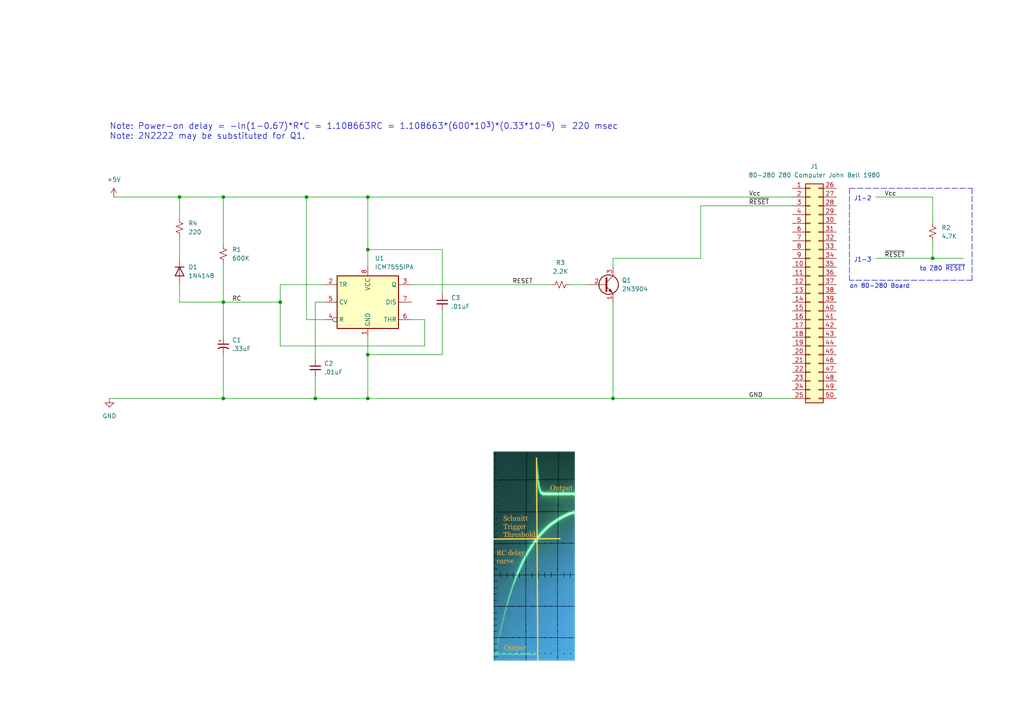
<source format=kicad_sch>
(kicad_sch (version 20211123) (generator eeschema)
  (paper "A4")
  (title_block (title "80-280 Z80 Computer Power-on Reset") (date "2022-08-11") (rev "1.0") (company "Ninbra Enterprises") (comment 1 "Sig Nin, Morgan Hill, CA"))
  (lib_symbols
    (symbol "Connector_Generic:Conn_02x25_Top_Bottom" (pin_names (offset 1.016) hide)
      (property "Reference" "J" (at 1.27 33.02 0))
      (property "Value" "Conn_02x25_Top_Bottom" (at 1.27 -33.02 0))
      (symbol "Conn_02x25_Top_Bottom_1_1"
        (rectangle (start -1.27 -30.353) (end 0 -30.607) (stroke (width 0.1524)))
        (rectangle (start -1.27 -27.813) (end 0 -28.067) (stroke (width 0.1524)))
        (rectangle (start -1.27 -25.273) (end 0 -25.527) (stroke (width 0.1524)))
        (rectangle (start -1.27 -22.733) (end 0 -22.987) (stroke (width 0.1524)))
        (rectangle (start -1.27 -20.193) (end 0 -20.447) (stroke (width 0.1524)))
        (rectangle (start -1.27 -17.653) (end 0 -17.907) (stroke (width 0.1524)))
        (rectangle (start -1.27 -15.113) (end 0 -15.367) (stroke (width 0.1524)))
        (rectangle (start -1.27 -12.573) (end 0 -12.827) (stroke (width 0.1524)))
        (rectangle (start -1.27 -10.033) (end 0 -10.287) (stroke (width 0.1524)))
        (rectangle (start -1.27 -7.493) (end 0 -7.747) (stroke (width 0.1524)))
        (rectangle (start -1.27 -4.953) (end 0 -5.207) (stroke (width 0.1524)))
        (rectangle (start -1.27 -2.413) (end 0 -2.667) (stroke (width 0.1524)))
        (rectangle (start -1.27 0.127) (end 0 -0.127) (stroke (width 0.1524)))
        (rectangle (start -1.27 2.667) (end 0 2.413) (stroke (width 0.1524)))
        (rectangle (start -1.27 5.207) (end 0 4.953) (stroke (width 0.1524)))
        (rectangle (start -1.27 7.747) (end 0 7.493) (stroke (width 0.1524)))
        (rectangle (start -1.27 10.287) (end 0 10.033) (stroke (width 0.1524)))
        (rectangle (start -1.27 12.827) (end 0 12.573) (stroke (width 0.1524)))
        (rectangle (start -1.27 15.367) (end 0 15.113) (stroke (width 0.1524)))
        (rectangle (start -1.27 17.907) (end 0 17.653) (stroke (width 0.1524)))
        (rectangle (start -1.27 20.447) (end 0 20.193) (stroke (width 0.1524)))
        (rectangle (start -1.27 22.987) (end 0 22.733) (stroke (width 0.1524)))
        (rectangle (start -1.27 25.527) (end 0 25.273) (stroke (width 0.1524)))
        (rectangle (start -1.27 28.067) (end 0 27.813) (stroke (width 0.1524)))
        (rectangle (start -1.27 30.607) (end 0 30.353) (stroke (width 0.1524)))
        (rectangle (start -1.27 31.75) (end 3.81 -31.75) (stroke (width 0.254)) (fill (type background)))
        (rectangle (start 3.81 -30.353) (end 2.54 -30.607) (stroke (width 0.1524)))
        (rectangle (start 3.81 -27.813) (end 2.54 -28.067) (stroke (width 0.1524)))
        (rectangle (start 3.81 -25.273) (end 2.54 -25.527) (stroke (width 0.1524)))
        (rectangle (start 3.81 -22.733) (end 2.54 -22.987) (stroke (width 0.1524)))
        (rectangle (start 3.81 -20.193) (end 2.54 -20.447) (stroke (width 0.1524)))
        (rectangle (start 3.81 -17.653) (end 2.54 -17.907) (stroke (width 0.1524)))
        (rectangle (start 3.81 -15.113) (end 2.54 -15.367) (stroke (width 0.1524)))
        (rectangle (start 3.81 -12.573) (end 2.54 -12.827) (stroke (width 0.1524)))
        (rectangle (start 3.81 -10.033) (end 2.54 -10.287) (stroke (width 0.1524)))
        (rectangle (start 3.81 -7.493) (end 2.54 -7.747) (stroke (width 0.1524)))
        (rectangle (start 3.81 -4.953) (end 2.54 -5.207) (stroke (width 0.1524)))
        (rectangle (start 3.81 -2.413) (end 2.54 -2.667) (stroke (width 0.1524)))
        (rectangle (start 3.81 0.127) (end 2.54 -0.127) (stroke (width 0.1524)))
        (rectangle (start 3.81 2.667) (end 2.54 2.413) (stroke (width 0.1524)))
        (rectangle (start 3.81 5.207) (end 2.54 4.953) (stroke (width 0.1524)))
        (rectangle (start 3.81 7.747) (end 2.54 7.493) (stroke (width 0.1524)))
        (rectangle (start 3.81 10.287) (end 2.54 10.033) (stroke (width 0.1524)))
        (rectangle (start 3.81 12.827) (end 2.54 12.573) (stroke (width 0.1524)))
        (rectangle (start 3.81 15.367) (end 2.54 15.113) (stroke (width 0.1524)))
        (rectangle (start 3.81 17.907) (end 2.54 17.653) (stroke (width 0.1524)))
        (rectangle (start 3.81 20.447) (end 2.54 20.193) (stroke (width 0.1524)))
        (rectangle (start 3.81 22.987) (end 2.54 22.733) (stroke (width 0.1524)))
        (rectangle (start 3.81 25.527) (end 2.54 25.273) (stroke (width 0.1524)))
        (rectangle (start 3.81 28.067) (end 2.54 27.813) (stroke (width 0.1524)))
        (rectangle (start 3.81 30.607) (end 2.54 30.353) (stroke (width 0.1524)))
        (pin passive line (at -5.08 30.48 0) (length 3.81) (name "Pin_1") (number "1"))
        (pin passive line (at -5.08 7.62 0) (length 3.81) (name "Pin_10") (number "10"))
        (pin passive line (at -5.08 5.08 0) (length 3.81) (name "Pin_11") (number "11"))
        (pin passive line (at -5.08 2.54 0) (length 3.81) (name "Pin_12") (number "12"))
        (pin passive line (at -5.08 0 0) (length 3.81) (name "Pin_13") (number "13"))
        (pin passive line (at -5.08 -2.54 0) (length 3.81) (name "Pin_14") (number "14"))
        (pin passive line (at -5.08 -5.08 0) (length 3.81) (name "Pin_15") (number "15"))
        (pin passive line (at -5.08 -7.62 0) (length 3.81) (name "Pin_16") (number "16"))
        (pin passive line (at -5.08 -10.16 0) (length 3.81) (name "Pin_17") (number "17"))
        (pin passive line (at -5.08 -12.7 0) (length 3.81) (name "Pin_18") (number "18"))
        (pin passive line (at -5.08 -15.24 0) (length 3.81) (name "Pin_19") (number "19"))
        (pin passive line (at -5.08 27.94 0) (length 3.81) (name "Pin_2") (number "2"))
        (pin passive line (at -5.08 -17.78 0) (length 3.81) (name "Pin_20") (number "20"))
        (pin passive line (at -5.08 -20.32 0) (length 3.81) (name "Pin_21") (number "21"))
        (pin passive line (at -5.08 -22.86 0) (length 3.81) (name "Pin_22") (number "22"))
        (pin passive line (at -5.08 -25.4 0) (length 3.81) (name "Pin_23") (number "23"))
        (pin passive line (at -5.08 -27.94 0) (length 3.81) (name "Pin_24") (number "24"))
        (pin passive line (at -5.08 -30.48 0) (length 3.81) (name "Pin_25") (number "25"))
        (pin passive line (at 7.62 30.48 180) (length 3.81) (name "Pin_26") (number "26"))
        (pin passive line (at 7.62 27.94 180) (length 3.81) (name "Pin_27") (number "27"))
        (pin passive line (at 7.62 25.4 180) (length 3.81) (name "Pin_28") (number "28"))
        (pin passive line (at 7.62 22.86 180) (length 3.81) (name "Pin_29") (number "29"))
        (pin passive line (at -5.08 25.4 0) (length 3.81) (name "Pin_3") (number "3"))
        (pin passive line (at 7.62 20.32 180) (length 3.81) (name "Pin_30") (number "30"))
        (pin passive line (at 7.62 17.78 180) (length 3.81) (name "Pin_31") (number "31"))
        (pin passive line (at 7.62 15.24 180) (length 3.81) (name "Pin_32") (number "32"))
        (pin passive line (at 7.62 12.7 180) (length 3.81) (name "Pin_33") (number "33"))
        (pin passive line (at 7.62 10.16 180) (length 3.81) (name "Pin_34") (number "34"))
        (pin passive line (at 7.62 7.62 180) (length 3.81) (name "Pin_35") (number "35"))
        (pin passive line (at 7.62 5.08 180) (length 3.81) (name "Pin_36") (number "36"))
        (pin passive line (at 7.62 2.54 180) (length 3.81) (name "Pin_37") (number "37"))
        (pin passive line (at 7.62 0 180) (length 3.81) (name "Pin_38") (number "38"))
        (pin passive line (at 7.62 -2.54 180) (length 3.81) (name "Pin_39") (number "39"))
        (pin passive line (at -5.08 22.86 0) (length 3.81) (name "Pin_4") (number "4"))
        (pin passive line (at 7.62 -5.08 180) (length 3.81) (name "Pin_40") (number "40"))
        (pin passive line (at 7.62 -7.62 180) (length 3.81) (name "Pin_41") (number "41"))
        (pin passive line (at 7.62 -10.16 180) (length 3.81) (name "Pin_42") (number "42"))
        (pin passive line (at 7.62 -12.7 180) (length 3.81) (name "Pin_43") (number "43"))
        (pin passive line (at 7.62 -15.24 180) (length 3.81) (name "Pin_44") (number "44"))
        (pin passive line (at 7.62 -17.78 180) (length 3.81) (name "Pin_45") (number "45"))
        (pin passive line (at 7.62 -20.32 180) (length 3.81) (name "Pin_46") (number "46"))
        (pin passive line (at 7.62 -22.86 180) (length 3.81) (name "Pin_47") (number "47"))
        (pin passive line (at 7.62 -25.4 180) (length 3.81) (name "Pin_48") (number "48"))
        (pin passive line (at 7.62 -27.94 180) (length 3.81) (name "Pin_49") (number "49"))
        (pin passive line (at -5.08 20.32 0) (length 3.81) (name "Pin_5") (number "5"))
        (pin passive line (at 7.62 -30.48 180) (length 3.81) (name "Pin_50") (number "50"))
        (pin passive line (at -5.08 17.78 0) (length 3.81) (name "Pin_6") (number "6"))
        (pin passive line (at -5.08 15.24 0) (length 3.81) (name "Pin_7") (number "7"))
        (pin passive line (at -5.08 12.7 0) (length 3.81) (name "Pin_8") (number "8"))
        (pin passive line (at -5.08 10.16 0) (length 3.81) (name "Pin_9") (number "9"))
      )
    )
    (symbol "Device:C_Polarized_Small_US" (pin_numbers hide) (pin_names (offset 0.254) hide)
      (property "Reference" "C" (at 0.254 1.778 0))
      (property "Value" "C_Polarized_Small_US" (at 0.254 -2.032 0))
      (symbol "C_Polarized_Small_US_0_1"
        (polyline (pts (xy -1.524 0.508) (xy 1.524 0.508)) (stroke (width 0.3048)))
        (polyline (pts (xy -1.27 1.524) (xy -0.762 1.524)))
        (polyline (pts (xy -1.016 1.27) (xy -1.016 1.778)))
        (arc (start 1.524 -0.762) (mid 0 -0.3734) (end -1.524 -0.762) (stroke (width 0.3048)))
      )
      (symbol "C_Polarized_Small_US_1_1"
        (pin passive line (at 0 2.54 270) (length 2.032) (name "~") (number "1"))
        (pin passive line (at 0 -2.54 90) (length 2.032) (name "~") (number "2"))
      )
    )
    (symbol "Device:C_Small" (pin_numbers hide) (pin_names (offset 0.254) hide)
      (property "Reference" "C" (at 0.254 1.778 0))
      (property "Value" "C_Small" (at 0.254 -2.032 0))
      (symbol "C_Small_0_1"
        (polyline (pts (xy -1.524 -0.508) (xy 1.524 -0.508)) (stroke (width 0.3302)))
        (polyline (pts (xy -1.524 0.508) (xy 1.524 0.508)) (stroke (width 0.3048)))
      )
      (symbol "C_Small_1_1"
        (pin passive line (at 0 2.54 270) (length 2.032) (name "~") (number "1"))
        (pin passive line (at 0 -2.54 90) (length 2.032) (name "~") (number "2"))
      )
    )
    (symbol "Device:R_Small_US" (pin_numbers hide) (pin_names (offset 0.254) hide)
      (property "Reference" "R" (at 0.762 0.508 0))
      (property "Value" "R_Small_US" (at 0.762 -1.016 0))
      (symbol "R_Small_US_1_1"
        (polyline (pts (xy 0 0) (xy 1.016 -0.381) (xy 0 -0.762) (xy -1.016 -1.143) (xy 0 -1.524)))
        (polyline (pts (xy 0 1.524) (xy 1.016 1.143) (xy 0 0.762) (xy -1.016 0.381) (xy 0 0)))
        (pin passive line (at 0 2.54 270) (length 1.016) (name "~") (number "1"))
        (pin passive line (at 0 -2.54 90) (length 1.016) (name "~") (number "2"))
      )
    )
    (symbol "Diode:1N4148" (pin_numbers hide) (pin_names (offset 1.016) hide)
      (property "Reference" "D" (at 0 2.54 0))
      (property "Value" "1N4148" (at 0 -2.54 0))
      (symbol "1N4148_0_1"
        (polyline (pts (xy -1.27 1.27) (xy -1.27 -1.27)) (stroke (width 0.254)))
        (polyline (pts (xy 1.27 0) (xy -1.27 0)))
        (polyline (pts (xy 1.27 1.27) (xy 1.27 -1.27) (xy -1.27 0) (xy 1.27 1.27)) (stroke (width 0.254)))
      )
      (symbol "1N4148_1_1"
        (pin passive line (at -3.81 0 0) (length 2.54) (name "K") (number "1"))
        (pin passive line (at 3.81 0 180) (length 2.54) (name "A") (number "2"))
      )
    )
    (symbol "Timer:ICM7555xP"
      (property "Reference" "U" (at -10.16 8.89 0))
      (property "Value" "ICM7555xP" (at 2.54 8.89 0))
      (symbol "ICM7555xP_0_0"
        (pin power_in line (at 0 -10.16 90) (length 2.54) (name "GND") (number "1"))
        (pin power_in line (at 0 10.16 270) (length 2.54) (name "VCC") (number "8"))
      )
      (symbol "ICM7555xP_0_1"
        (rectangle (start -8.89 -7.62) (end 8.89 7.62) (stroke (width 0.254)) (fill (type background)))
        (rectangle (start -8.89 -7.62) (end 8.89 7.62) (stroke (width 0.254)) (fill (type background)))
      )
      (symbol "ICM7555xP_1_1"
        (pin input line (at -12.7 5.08 0) (length 3.81) (name "TR") (number "2"))
        (pin output line (at 12.7 5.08 180) (length 3.81) (name "Q") (number "3"))
        (pin input inverted (at -12.7 -5.08 0) (length 3.81) (name "R") (number "4"))
        (pin input line (at -12.7 0 0) (length 3.81) (name "CV") (number "5"))
        (pin input line (at 12.7 -5.08 180) (length 3.81) (name "THR") (number "6"))
        (pin input line (at 12.7 0 180) (length 3.81) (name "DIS") (number "7"))
      )
    )
    (symbol "Transistor_BJT:2N3904" (pin_names (offset 0) hide)
      (property "Reference" "Q" (at 5.08 1.905 0))
      (property "Value" "2N3904" (at 5.08 0 0))
      (symbol "2N3904_0_1"
        (polyline (pts (xy 0.635 0.635) (xy 2.54 2.54)))
        (polyline (pts (xy 0.635 -0.635) (xy 2.54 -2.54) (xy 2.54 -2.54)))
        (polyline (pts (xy 0.635 1.905) (xy 0.635 -1.905) (xy 0.635 -1.905)) (stroke (width 0.508)))
        (polyline (pts (xy 1.27 -1.778) (xy 1.778 -1.27) (xy 2.286 -2.286) (xy 1.27 -1.778) (xy 1.27 -1.778)) (fill (type outline)))
        (circle (center 1.27 0) (radius 2.8194) (stroke (width 0.254)))
      )
      (symbol "2N3904_1_1"
        (pin passive line (at 2.54 -5.08 90) (length 2.54) (name "E") (number "1"))
        (pin passive line (at -5.08 0 0) (length 5.715) (name "B") (number "2"))
        (pin passive line (at 2.54 5.08 270) (length 2.54) (name "C") (number "3"))
      )
    )
    (symbol "power:+5V" (power) (pin_names (offset 0))
      (property "Value" "+5V" (at 0 3.556 0))
      (symbol "+5V_0_1"
        (polyline (pts (xy -0.762 1.27) (xy 0 2.54)))
        (polyline (pts (xy 0 0) (xy 0 2.54)))
        (polyline (pts (xy 0 2.54) (xy 0.762 1.27)))
      )
      (symbol "+5V_1_1"
        (pin power_in line (at 0 0 90) (length 0) hide (name "+5V") (number "1"))
      )
    )
    (symbol "power:GND" (power) (pin_names (offset 0))
      (property "Value" "GND" (at 0 -3.81 0))
      (symbol "GND_0_1"
        (polyline (pts (xy 0 0) (xy 0 -1.27) (xy 1.27 -1.27) (xy 0 -2.54) (xy -1.27 -1.27) (xy 0 -1.27)))
      )
      (symbol "GND_1_1"
        (pin power_in line (at 0 0 270) (length 0) hide (name "GND") (number "1"))
      )
    )
  )
  (junction (at 177.8 115.57))
  (junction (at 270.51 74.93))
  (junction (at 106.68 72.39))
  (junction (at 91.44 115.57))
  (junction (at 64.77 87.63))
  (junction (at 81.28 87.63))
  (junction (at 64.77 57.15))
  (junction (at 106.68 57.15))
  (junction (at 106.68 102.87))
  (junction (at 64.77 115.57))
  (junction (at 88.9 57.15))
  (junction (at 52.07 57.15))
  (junction (at 106.68 115.57))
  (wire (pts (xy 93.98 82.55) (xy 81.28 82.55)))
  (polyline (pts (xy 246.38 54.61) (xy 281.94 54.61)))
  (wire (pts (xy 64.77 57.15) (xy 88.9 57.15)))
  (wire (pts (xy 128.27 72.39) (xy 106.68 72.39)))
  (wire (pts (xy 64.77 57.15) (xy 64.77 71.12)))
  (wire (pts (xy 254 57.15) (xy 270.51 57.15)))
  (wire (pts (xy 203.2 74.93) (xy 177.8 74.93)))
  (wire (pts (xy 270.51 74.93) (xy 279.4 74.93)))
  (wire (pts (xy 52.07 82.55) (xy 52.07 87.63)))
  (polyline (pts (xy 281.94 54.61) (xy 281.94 81.28)))
  (wire (pts (xy 81.28 87.63) (xy 64.77 87.63)))
  (wire (pts (xy 177.8 115.57) (xy 229.87 115.57)))
  (wire (pts (xy 91.44 115.57) (xy 64.77 115.57)))
  (wire (pts (xy 203.2 59.69) (xy 203.2 74.93)))
  (wire (pts (xy 119.38 82.55) (xy 160.02 82.55)))
  (wire (pts (xy 106.68 72.39) (xy 106.68 57.15)))
  (polyline (pts (xy 281.94 81.28) (xy 246.38 81.28)))
  (wire (pts (xy 31.75 115.57) (xy 64.77 115.57)))
  (wire (pts (xy 64.77 115.57) (xy 64.77 102.87)))
  (polyline (pts (xy 246.38 54.61) (xy 246.38 81.28)))
  (wire (pts (xy 119.38 92.71) (xy 123.19 92.71)))
  (wire (pts (xy 91.44 87.63) (xy 91.44 104.14)))
  (wire (pts (xy 177.8 87.63) (xy 177.8 115.57)))
  (wire (pts (xy 128.27 102.87) (xy 106.68 102.87)))
  (wire (pts (xy 88.9 92.71) (xy 88.9 57.15)))
  (wire (pts (xy 106.68 57.15) (xy 229.87 57.15)))
  (wire (pts (xy 52.07 68.58) (xy 52.07 74.93)))
  (wire (pts (xy 123.19 100.33) (xy 81.28 100.33)))
  (wire (pts (xy 229.87 59.69) (xy 203.2 59.69)))
  (wire (pts (xy 177.8 115.57) (xy 106.68 115.57)))
  (wire (pts (xy 64.77 76.2) (xy 64.77 87.63)))
  (wire (pts (xy 93.98 92.71) (xy 88.9 92.71)))
  (wire (pts (xy 52.07 57.15) (xy 52.07 63.5)))
  (wire (pts (xy 128.27 90.17) (xy 128.27 102.87)))
  (wire (pts (xy 91.44 109.22) (xy 91.44 115.57)))
  (wire (pts (xy 93.98 87.63) (xy 91.44 87.63)))
  (wire (pts (xy 88.9 57.15) (xy 106.68 57.15)))
  (wire (pts (xy 64.77 87.63) (xy 64.77 97.79)))
  (wire (pts (xy 106.68 102.87) (xy 106.68 115.57)))
  (wire (pts (xy 177.8 74.93) (xy 177.8 77.47)))
  (wire (pts (xy 81.28 82.55) (xy 81.28 87.63)))
  (wire (pts (xy 128.27 85.09) (xy 128.27 72.39)))
  (wire (pts (xy 52.07 57.15) (xy 64.77 57.15)))
  (wire (pts (xy 254 74.93) (xy 270.51 74.93)))
  (wire (pts (xy 106.68 97.79) (xy 106.68 102.87)))
  (wire (pts (xy 270.51 69.85) (xy 270.51 74.93)))
  (wire (pts (xy 165.1 82.55) (xy 170.18 82.55)))
  (wire (pts (xy 81.28 100.33) (xy 81.28 87.63)))
  (wire (pts (xy 106.68 115.57) (xy 91.44 115.57)))
  (wire (pts (xy 270.51 64.77) (xy 270.51 57.15)))
  (wire (pts (xy 52.07 87.63) (xy 64.77 87.63)))
  (wire (pts (xy 106.68 77.47) (xy 106.68 72.39)))
  (wire (pts (xy 123.19 92.71) (xy 123.19 100.33)))
  (wire (pts (xy 33.02 57.15) (xy 52.07 57.15)))
  (image (at 154.94 161.29) (scale 0.535621))
  (text "on 80-280 Board" (at 246.38 83.82 0) (effects (font (size 1.27 1.27)) (justify left bottom)))
  (text "J1-3\n" (at 247.65 76.2 0) (effects (font (size 1.27 1.27)) (justify left bottom)))
  (text "to Z80 ~{RESET}" (at 266.7 78.74 0) (effects (font (size 1.27 1.27)) (justify left bottom)))
  (text "J1-2" (at 247.65 58.42 0) (effects (font (size 1.27 1.27)) (justify left bottom)))
  (text "Note: Power-on delay = -ln(1-0.67)*R*C = 1.108663RC = 1.108663*(600*10^{3})*(0.33*10^{-6}) = 220 msec\nNote: 2N2222 may be substituted for Q1.\n" (at 31.75 40.64 0) (effects (font (size 1.778 1.778)) (justify left bottom)))
  (label "Vcc" (at 217.17 57.15 0))
  (label "RC" (at 67.31 87.63 0))
  (label "RESET" (at 148.59 82.55 0))
  (label "Vcc" (at 256.54 57.15 0))
  (label "~{RESET}" (at 217.17 59.69 0))
  (label "GND" (at 217.17 115.57 0))
  (label "~{RESET}" (at 256.54 74.93 0))
  (symbol (lib_id "Device:R_Small_US") (at 162.56 82.55 90) (unit 1)
    (property "Reference" "R3" (at 162.56 76.2 90))
    (property "Value" "2.2K" (at 162.56 78.74 90))
  )
  (symbol (lib_id "Device:R_Small_US") (at 52.07 66.04 180) (unit 1)
    (property "Reference" "R4" (at 54.61 64.7699 0) (effects (justify right)))
    (property "Value" "220" (at 54.61 67.3099 0) (effects (justify right)))
  )
  (symbol (lib_id "power:GND") (at 31.75 115.57 0) (unit 1)
    (property "Reference" "#PWR?" (effects hide))
    (property "Value" "GND" (at 31.75 120.65 0))
  )
  (symbol (lib_id "power:+5V") (at 33.02 57.15 0) (unit 1)
    (property "Reference" "#PWR?" (effects hide))
    (property "Value" "+5V" (at 33.02 52.07 0))
  )
  (symbol (lib_id "Device:C_Polarized_Small_US") (at 64.77 100.33 0) (unit 1)
    (property "Reference" "C1" (at 67.31 98.6281 0) (effects (justify left)))
    (property "Value" ".33uF" (at 67.31 101.1681 0) (effects (justify left)))
  )
  (symbol (lib_id "Device:C_Small") (at 128.27 87.63 0) (unit 1)
    (property "Reference" "C3" (at 130.81 86.3662 0) (effects (justify left)))
    (property "Value" ".01uF" (at 130.81 88.9062 0) (effects (justify left)))
  )
  (symbol (lib_id "Diode:1N4148") (at 52.07 78.74 270) (unit 1)
    (property "Reference" "D1" (at 54.61 77.4699 90) (effects (justify left)))
    (property "Value" "1N4148" (at 54.61 80.0099 90) (effects (justify left)))
    (property "Footprint" "Diode_THT:D_DO-35_SOD27_P7.62mm_Horizontal" (effects hide))
    (property "Datasheet" "https://assets.nexperia.com/documents/data-sheet/1N4148_1N4448.pdf" (effects hide))
  )
  (symbol (lib_id "Device:R_Small_US") (at 64.77 73.66 180) (unit 1)
    (property "Reference" "R1" (at 67.31 72.3899 0) (effects (justify right)))
    (property "Value" "600K" (at 67.31 74.9299 0) (effects (justify right)))
  )
  (symbol (lib_id "Device:R_Small_US") (at 270.51 67.31 180) (unit 1)
    (property "Reference" "R2" (at 273.05 66.0399 0) (effects (justify right)))
    (property "Value" "4.7K" (at 273.05 68.5799 0) (effects (justify right)))
  )
  (symbol (lib_id "Device:C_Small") (at 91.44 106.68 0) (unit 1)
    (property "Reference" "C2" (at 93.98 105.4162 0) (effects (justify left)))
    (property "Value" ".01uF" (at 93.98 107.9562 0) (effects (justify left)))
  )
  (symbol (lib_id "Timer:ICM7555xP") (at 106.68 87.63 0) (unit 1)
    (property "Reference" "U1" (at 108.6994 74.93 0) (effects (justify left)))
    (property "Value" "ICM7555IPA" (at 108.6994 77.47 0) (effects (justify left)))
    (property "Footprint" "Package_DIP:DIP-8_W7.62mm" (effects hide))
    (property "Datasheet" "http://www.intersil.com/content/dam/Intersil/documents/icm7/icm7555-56.pdf" (effects hide))
  )
  (symbol (lib_id "Transistor_BJT:2N3904") (at 175.26 82.55 0) (unit 1)
    (property "Reference" "Q1" (at 180.34 81.2799 0) (effects (justify left)))
    (property "Value" "2N3904" (at 180.34 83.8199 0) (effects (justify left)))
    (property "Footprint" "Package_TO_SOT_THT:TO-92_Inline" (effects hide))
    (property "Datasheet" "https://www.onsemi.com/pub/Collateral/2N3903-D.PDF" (effects hide))
  )
  (symbol (lib_id "Connector_Generic:Conn_02x25_Top_Bottom") (at 234.95 85.09 0) (unit 1)
    (property "Reference" "J1" (at 236.22 48.26 0))
    (property "Value" "80-280 Z80 Computer John Bell 1980" (at 236.22 50.8 0))
  )
)
</source>
